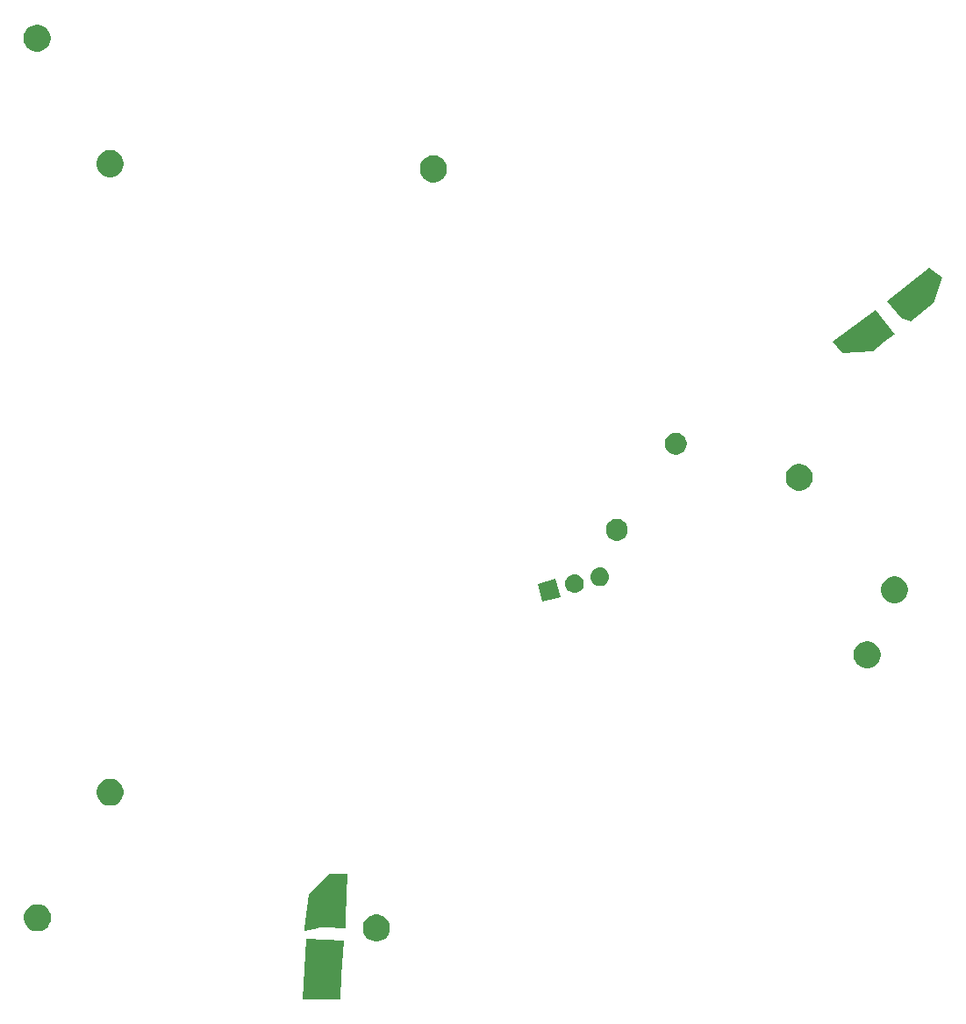
<source format=gbr>
G04 #@! TF.GenerationSoftware,KiCad,Pcbnew,(5.1.4)-1*
G04 #@! TF.CreationDate,2019-12-24T17:10:30-08:00*
G04 #@! TF.ProjectId,tensigral_lamp_hardware,74656e73-6967-4726-916c-5f6c616d705f,rev?*
G04 #@! TF.SameCoordinates,Original*
G04 #@! TF.FileFunction,Soldermask,Bot*
G04 #@! TF.FilePolarity,Negative*
%FSLAX46Y46*%
G04 Gerber Fmt 4.6, Leading zero omitted, Abs format (unit mm)*
G04 Created by KiCad (PCBNEW (5.1.4)-1) date 2019-12-24 17:10:30*
%MOMM*%
%LPD*%
G04 APERTURE LIST*
%ADD10C,0.100000*%
G04 APERTURE END LIST*
D10*
G36*
X52756227Y-109800341D02*
G01*
X52756231Y-109800341D01*
X56393869Y-109999664D01*
X56393870Y-109999664D01*
X56400000Y-110000000D01*
X56190071Y-113358870D01*
X56050485Y-115592249D01*
X56050000Y-115600000D01*
X52450000Y-115600000D01*
X52750000Y-109800000D01*
X52756227Y-109800341D01*
X52756227Y-109800341D01*
G37*
G36*
X59929393Y-107499304D02*
G01*
X60166101Y-107597352D01*
X60166103Y-107597353D01*
X60379135Y-107739696D01*
X60560304Y-107920865D01*
X60699638Y-108129394D01*
X60702648Y-108133899D01*
X60800696Y-108370607D01*
X60850680Y-108621893D01*
X60850680Y-108878107D01*
X60800696Y-109129393D01*
X60702648Y-109366101D01*
X60702647Y-109366103D01*
X60560304Y-109579135D01*
X60379135Y-109760304D01*
X60166103Y-109902647D01*
X60166102Y-109902648D01*
X60166101Y-109902648D01*
X59929393Y-110000696D01*
X59678107Y-110050680D01*
X59421893Y-110050680D01*
X59170607Y-110000696D01*
X58933899Y-109902648D01*
X58933898Y-109902648D01*
X58933897Y-109902647D01*
X58720865Y-109760304D01*
X58539696Y-109579135D01*
X58397353Y-109366103D01*
X58397352Y-109366101D01*
X58299304Y-109129393D01*
X58249320Y-108878107D01*
X58249320Y-108621893D01*
X58299304Y-108370607D01*
X58397352Y-108133899D01*
X58400362Y-108129394D01*
X58539696Y-107920865D01*
X58720865Y-107739696D01*
X58933897Y-107597353D01*
X58933899Y-107597352D01*
X59170607Y-107499304D01*
X59421893Y-107449320D01*
X59678107Y-107449320D01*
X59929393Y-107499304D01*
X59929393Y-107499304D01*
G37*
G36*
X27229393Y-106499304D02*
G01*
X27466101Y-106597352D01*
X27466103Y-106597353D01*
X27679135Y-106739696D01*
X27860304Y-106920865D01*
X28002647Y-107133897D01*
X28002648Y-107133899D01*
X28100696Y-107370607D01*
X28150680Y-107621893D01*
X28150680Y-107878107D01*
X28100696Y-108129393D01*
X28002648Y-108366101D01*
X28002647Y-108366103D01*
X27860304Y-108579135D01*
X27679135Y-108760304D01*
X27466103Y-108902647D01*
X27466102Y-108902648D01*
X27466101Y-108902648D01*
X27229393Y-109000696D01*
X26978107Y-109050680D01*
X26721893Y-109050680D01*
X26470607Y-109000696D01*
X26233899Y-108902648D01*
X26233898Y-108902648D01*
X26233897Y-108902647D01*
X26020865Y-108760304D01*
X25839696Y-108579135D01*
X25697353Y-108366103D01*
X25697352Y-108366101D01*
X25599304Y-108129393D01*
X25549320Y-107878107D01*
X25549320Y-107621893D01*
X25599304Y-107370607D01*
X25697352Y-107133899D01*
X25697353Y-107133897D01*
X25839696Y-106920865D01*
X26020865Y-106739696D01*
X26233897Y-106597353D01*
X26233899Y-106597352D01*
X26470607Y-106499304D01*
X26721893Y-106449320D01*
X26978107Y-106449320D01*
X27229393Y-106499304D01*
X27229393Y-106499304D01*
G37*
G36*
X56749721Y-103507330D02*
G01*
X56749721Y-103507333D01*
X56588488Y-107739696D01*
X56550000Y-108750000D01*
X54601427Y-108710233D01*
X54115679Y-108700320D01*
X54084726Y-108703564D01*
X53887664Y-108749545D01*
X52600000Y-109050000D01*
X52633816Y-108749886D01*
X52999313Y-105506098D01*
X53000000Y-105500000D01*
X55000000Y-103500000D01*
X56750000Y-103500000D01*
X56749721Y-103507330D01*
X56749721Y-103507330D01*
G37*
G36*
X34229393Y-94399304D02*
G01*
X34466101Y-94497352D01*
X34466103Y-94497353D01*
X34679135Y-94639696D01*
X34860304Y-94820865D01*
X35002647Y-95033897D01*
X35002648Y-95033899D01*
X35100696Y-95270607D01*
X35150680Y-95521893D01*
X35150680Y-95778107D01*
X35100696Y-96029393D01*
X35002648Y-96266101D01*
X35002647Y-96266103D01*
X34860304Y-96479135D01*
X34679135Y-96660304D01*
X34466103Y-96802647D01*
X34466102Y-96802648D01*
X34466101Y-96802648D01*
X34229393Y-96900696D01*
X33978107Y-96950680D01*
X33721893Y-96950680D01*
X33470607Y-96900696D01*
X33233899Y-96802648D01*
X33233898Y-96802648D01*
X33233897Y-96802647D01*
X33020865Y-96660304D01*
X32839696Y-96479135D01*
X32697353Y-96266103D01*
X32697352Y-96266101D01*
X32599304Y-96029393D01*
X32549320Y-95778107D01*
X32549320Y-95521893D01*
X32599304Y-95270607D01*
X32697352Y-95033899D01*
X32697353Y-95033897D01*
X32839696Y-94820865D01*
X33020865Y-94639696D01*
X33233897Y-94497353D01*
X33233899Y-94497352D01*
X33470607Y-94399304D01*
X33721893Y-94349320D01*
X33978107Y-94349320D01*
X34229393Y-94399304D01*
X34229393Y-94399304D01*
G37*
G36*
X107279393Y-81149304D02*
G01*
X107516101Y-81247352D01*
X107516103Y-81247353D01*
X107729135Y-81389696D01*
X107910304Y-81570865D01*
X108052647Y-81783897D01*
X108052648Y-81783899D01*
X108150696Y-82020607D01*
X108200680Y-82271893D01*
X108200680Y-82528107D01*
X108150696Y-82779393D01*
X108052648Y-83016101D01*
X108052647Y-83016103D01*
X107910304Y-83229135D01*
X107729135Y-83410304D01*
X107516103Y-83552647D01*
X107516102Y-83552648D01*
X107516101Y-83552648D01*
X107279393Y-83650696D01*
X107028107Y-83700680D01*
X106771893Y-83700680D01*
X106520607Y-83650696D01*
X106283899Y-83552648D01*
X106283898Y-83552648D01*
X106283897Y-83552647D01*
X106070865Y-83410304D01*
X105889696Y-83229135D01*
X105747353Y-83016103D01*
X105747352Y-83016101D01*
X105649304Y-82779393D01*
X105599320Y-82528107D01*
X105599320Y-82271893D01*
X105649304Y-82020607D01*
X105747352Y-81783899D01*
X105747353Y-81783897D01*
X105889696Y-81570865D01*
X106070865Y-81389696D01*
X106283897Y-81247353D01*
X106283899Y-81247352D01*
X106520607Y-81149304D01*
X106771893Y-81099320D01*
X107028107Y-81099320D01*
X107279393Y-81149304D01*
X107279393Y-81149304D01*
G37*
G36*
X109929393Y-74899304D02*
G01*
X110166101Y-74997352D01*
X110166103Y-74997353D01*
X110379135Y-75139696D01*
X110560304Y-75320865D01*
X110696959Y-75525385D01*
X110702648Y-75533899D01*
X110800696Y-75770607D01*
X110850680Y-76021893D01*
X110850680Y-76278107D01*
X110800696Y-76529393D01*
X110702648Y-76766101D01*
X110702647Y-76766103D01*
X110560304Y-76979135D01*
X110379135Y-77160304D01*
X110166103Y-77302647D01*
X110166102Y-77302648D01*
X110166101Y-77302648D01*
X109929393Y-77400696D01*
X109678107Y-77450680D01*
X109421893Y-77450680D01*
X109170607Y-77400696D01*
X108933899Y-77302648D01*
X108933898Y-77302648D01*
X108933897Y-77302647D01*
X108720865Y-77160304D01*
X108539696Y-76979135D01*
X108397353Y-76766103D01*
X108397352Y-76766101D01*
X108299304Y-76529393D01*
X108249320Y-76278107D01*
X108249320Y-76021893D01*
X108299304Y-75770607D01*
X108397352Y-75533899D01*
X108403041Y-75525385D01*
X108539696Y-75320865D01*
X108720865Y-75139696D01*
X108933897Y-74997353D01*
X108933899Y-74997352D01*
X109170607Y-74899304D01*
X109421893Y-74849320D01*
X109678107Y-74849320D01*
X109929393Y-74899304D01*
X109929393Y-74899304D01*
G37*
G36*
X77303495Y-76837103D02*
G01*
X75562897Y-77303495D01*
X75096505Y-75562897D01*
X76837103Y-75096505D01*
X77303495Y-76837103D01*
X77303495Y-76837103D01*
G37*
G36*
X78763894Y-74648118D02*
G01*
X78830079Y-74654637D01*
X78999918Y-74706157D01*
X79156443Y-74789822D01*
X79192181Y-74819152D01*
X79293638Y-74902414D01*
X79371550Y-74997352D01*
X79406230Y-75039609D01*
X79489895Y-75196134D01*
X79541415Y-75365973D01*
X79558811Y-75542600D01*
X79541415Y-75719227D01*
X79489895Y-75889066D01*
X79406230Y-76045591D01*
X79376900Y-76081329D01*
X79293638Y-76182786D01*
X79192181Y-76266048D01*
X79156443Y-76295378D01*
X78999918Y-76379043D01*
X78830079Y-76430563D01*
X78763894Y-76437082D01*
X78697712Y-76443600D01*
X78609192Y-76443600D01*
X78543010Y-76437082D01*
X78476825Y-76430563D01*
X78306986Y-76379043D01*
X78150461Y-76295378D01*
X78114723Y-76266048D01*
X78013266Y-76182786D01*
X77930004Y-76081329D01*
X77900674Y-76045591D01*
X77817009Y-75889066D01*
X77765489Y-75719227D01*
X77748093Y-75542600D01*
X77765489Y-75365973D01*
X77817009Y-75196134D01*
X77900674Y-75039609D01*
X77935354Y-74997352D01*
X78013266Y-74902414D01*
X78114723Y-74819152D01*
X78150461Y-74789822D01*
X78306986Y-74706157D01*
X78476825Y-74654637D01*
X78543010Y-74648118D01*
X78609192Y-74641600D01*
X78697712Y-74641600D01*
X78763894Y-74648118D01*
X78763894Y-74648118D01*
G37*
G36*
X81217345Y-73990717D02*
G01*
X81283530Y-73997236D01*
X81453369Y-74048756D01*
X81609894Y-74132421D01*
X81645632Y-74161751D01*
X81747089Y-74245013D01*
X81830351Y-74346470D01*
X81859681Y-74382208D01*
X81943346Y-74538733D01*
X81994866Y-74708572D01*
X82012262Y-74885199D01*
X81994866Y-75061826D01*
X81943346Y-75231665D01*
X81859681Y-75388190D01*
X81830351Y-75423928D01*
X81747089Y-75525385D01*
X81645632Y-75608647D01*
X81609894Y-75637977D01*
X81453369Y-75721642D01*
X81283530Y-75773162D01*
X81217346Y-75779680D01*
X81151163Y-75786199D01*
X81062643Y-75786199D01*
X80996460Y-75779680D01*
X80930276Y-75773162D01*
X80760437Y-75721642D01*
X80603912Y-75637977D01*
X80568174Y-75608647D01*
X80466717Y-75525385D01*
X80383455Y-75423928D01*
X80354125Y-75388190D01*
X80270460Y-75231665D01*
X80218940Y-75061826D01*
X80201544Y-74885199D01*
X80218940Y-74708572D01*
X80270460Y-74538733D01*
X80354125Y-74382208D01*
X80383455Y-74346470D01*
X80466717Y-74245013D01*
X80568174Y-74161751D01*
X80603912Y-74132421D01*
X80760437Y-74048756D01*
X80930276Y-73997236D01*
X80996461Y-73990717D01*
X81062643Y-73984199D01*
X81151163Y-73984199D01*
X81217345Y-73990717D01*
X81217345Y-73990717D01*
G37*
G36*
X83056416Y-69339879D02*
G01*
X83247592Y-69419067D01*
X83247594Y-69419068D01*
X83419648Y-69534031D01*
X83565969Y-69680352D01*
X83680933Y-69852408D01*
X83760121Y-70043584D01*
X83800490Y-70246534D01*
X83800490Y-70453466D01*
X83760121Y-70656416D01*
X83680933Y-70847592D01*
X83680932Y-70847594D01*
X83565969Y-71019648D01*
X83419648Y-71165969D01*
X83247594Y-71280932D01*
X83247593Y-71280933D01*
X83247592Y-71280933D01*
X83056416Y-71360121D01*
X82853466Y-71400490D01*
X82646534Y-71400490D01*
X82443584Y-71360121D01*
X82252408Y-71280933D01*
X82252407Y-71280933D01*
X82252406Y-71280932D01*
X82080352Y-71165969D01*
X81934031Y-71019648D01*
X81819068Y-70847594D01*
X81819067Y-70847592D01*
X81739879Y-70656416D01*
X81699510Y-70453466D01*
X81699510Y-70246534D01*
X81739879Y-70043584D01*
X81819067Y-69852408D01*
X81934031Y-69680352D01*
X82080352Y-69534031D01*
X82252406Y-69419068D01*
X82252408Y-69419067D01*
X82443584Y-69339879D01*
X82646534Y-69299510D01*
X82853466Y-69299510D01*
X83056416Y-69339879D01*
X83056416Y-69339879D01*
G37*
G36*
X100729393Y-64049304D02*
G01*
X100966101Y-64147352D01*
X100966103Y-64147353D01*
X101179135Y-64289696D01*
X101360304Y-64470865D01*
X101502647Y-64683897D01*
X101502648Y-64683899D01*
X101600696Y-64920607D01*
X101650680Y-65171893D01*
X101650680Y-65428107D01*
X101600696Y-65679393D01*
X101502648Y-65916101D01*
X101502647Y-65916103D01*
X101360304Y-66129135D01*
X101179135Y-66310304D01*
X100966103Y-66452647D01*
X100966102Y-66452648D01*
X100966101Y-66452648D01*
X100729393Y-66550696D01*
X100478107Y-66600680D01*
X100221893Y-66600680D01*
X99970607Y-66550696D01*
X99733899Y-66452648D01*
X99733898Y-66452648D01*
X99733897Y-66452647D01*
X99520865Y-66310304D01*
X99339696Y-66129135D01*
X99197353Y-65916103D01*
X99197352Y-65916101D01*
X99099304Y-65679393D01*
X99049320Y-65428107D01*
X99049320Y-65171893D01*
X99099304Y-64920607D01*
X99197352Y-64683899D01*
X99197353Y-64683897D01*
X99339696Y-64470865D01*
X99520865Y-64289696D01*
X99733897Y-64147353D01*
X99733899Y-64147352D01*
X99970607Y-64049304D01*
X100221893Y-63999320D01*
X100478107Y-63999320D01*
X100729393Y-64049304D01*
X100729393Y-64049304D01*
G37*
G36*
X88756416Y-61039879D02*
G01*
X88947592Y-61119067D01*
X88947594Y-61119068D01*
X89119648Y-61234031D01*
X89265969Y-61380352D01*
X89380933Y-61552408D01*
X89460121Y-61743584D01*
X89500490Y-61946534D01*
X89500490Y-62153466D01*
X89460121Y-62356416D01*
X89380933Y-62547592D01*
X89380932Y-62547594D01*
X89265969Y-62719648D01*
X89119648Y-62865969D01*
X88947594Y-62980932D01*
X88947593Y-62980933D01*
X88947592Y-62980933D01*
X88756416Y-63060121D01*
X88553466Y-63100490D01*
X88346534Y-63100490D01*
X88143584Y-63060121D01*
X87952408Y-62980933D01*
X87952407Y-62980933D01*
X87952406Y-62980932D01*
X87780352Y-62865969D01*
X87634031Y-62719648D01*
X87519068Y-62547594D01*
X87519067Y-62547592D01*
X87439879Y-62356416D01*
X87399510Y-62153466D01*
X87399510Y-61946534D01*
X87439879Y-61743584D01*
X87519067Y-61552408D01*
X87634031Y-61380352D01*
X87780352Y-61234031D01*
X87952406Y-61119068D01*
X87952408Y-61119067D01*
X88143584Y-61039879D01*
X88346534Y-60999510D01*
X88553466Y-60999510D01*
X88756416Y-61039879D01*
X88756416Y-61039879D01*
G37*
G36*
X109550000Y-51500000D02*
G01*
X109545152Y-51503809D01*
X109545149Y-51503812D01*
X108601090Y-52245572D01*
X107450000Y-53150000D01*
X107443589Y-53150435D01*
X107443587Y-53150435D01*
X104506125Y-53349585D01*
X104506122Y-53349585D01*
X104500000Y-53350000D01*
X104496689Y-53345953D01*
X104496685Y-53345949D01*
X103603892Y-52254757D01*
X103603892Y-52254756D01*
X103600000Y-52250000D01*
X107700000Y-49150000D01*
X109550000Y-51500000D01*
X109550000Y-51500000D01*
G37*
G36*
X112907527Y-45105211D02*
G01*
X112907529Y-45105212D01*
X114194951Y-45996504D01*
X114194954Y-45996507D01*
X114200000Y-46000000D01*
X113350000Y-48450000D01*
X113346232Y-48453098D01*
X113346229Y-48453101D01*
X111104745Y-50296099D01*
X111104742Y-50296101D01*
X111100000Y-50300000D01*
X110150000Y-49900000D01*
X108850000Y-48300000D01*
X112900000Y-45100000D01*
X112907527Y-45105211D01*
X112907527Y-45105211D01*
G37*
G36*
X65429393Y-34299304D02*
G01*
X65666101Y-34397352D01*
X65666103Y-34397353D01*
X65879135Y-34539696D01*
X66060304Y-34720865D01*
X66194626Y-34921893D01*
X66202648Y-34933899D01*
X66300696Y-35170607D01*
X66350680Y-35421893D01*
X66350680Y-35678107D01*
X66300696Y-35929393D01*
X66202648Y-36166101D01*
X66202647Y-36166103D01*
X66060304Y-36379135D01*
X65879135Y-36560304D01*
X65666103Y-36702647D01*
X65666102Y-36702648D01*
X65666101Y-36702648D01*
X65429393Y-36800696D01*
X65178107Y-36850680D01*
X64921893Y-36850680D01*
X64670607Y-36800696D01*
X64433899Y-36702648D01*
X64433898Y-36702648D01*
X64433897Y-36702647D01*
X64220865Y-36560304D01*
X64039696Y-36379135D01*
X63897353Y-36166103D01*
X63897352Y-36166101D01*
X63799304Y-35929393D01*
X63749320Y-35678107D01*
X63749320Y-35421893D01*
X63799304Y-35170607D01*
X63897352Y-34933899D01*
X63905374Y-34921893D01*
X64039696Y-34720865D01*
X64220865Y-34539696D01*
X64433897Y-34397353D01*
X64433899Y-34397352D01*
X64670607Y-34299304D01*
X64921893Y-34249320D01*
X65178107Y-34249320D01*
X65429393Y-34299304D01*
X65429393Y-34299304D01*
G37*
G36*
X34229393Y-33799304D02*
G01*
X34466101Y-33897352D01*
X34466103Y-33897353D01*
X34679135Y-34039696D01*
X34860304Y-34220865D01*
X34978228Y-34397352D01*
X35002648Y-34433899D01*
X35100696Y-34670607D01*
X35150680Y-34921893D01*
X35150680Y-35178107D01*
X35100696Y-35429393D01*
X35002648Y-35666101D01*
X35002647Y-35666103D01*
X34860304Y-35879135D01*
X34679135Y-36060304D01*
X34466103Y-36202647D01*
X34466102Y-36202648D01*
X34466101Y-36202648D01*
X34229393Y-36300696D01*
X33978107Y-36350680D01*
X33721893Y-36350680D01*
X33470607Y-36300696D01*
X33233899Y-36202648D01*
X33233898Y-36202648D01*
X33233897Y-36202647D01*
X33020865Y-36060304D01*
X32839696Y-35879135D01*
X32697353Y-35666103D01*
X32697352Y-35666101D01*
X32599304Y-35429393D01*
X32549320Y-35178107D01*
X32549320Y-34921893D01*
X32599304Y-34670607D01*
X32697352Y-34433899D01*
X32721772Y-34397352D01*
X32839696Y-34220865D01*
X33020865Y-34039696D01*
X33233897Y-33897353D01*
X33233899Y-33897352D01*
X33470607Y-33799304D01*
X33721893Y-33749320D01*
X33978107Y-33749320D01*
X34229393Y-33799304D01*
X34229393Y-33799304D01*
G37*
G36*
X27179393Y-21699304D02*
G01*
X27416101Y-21797352D01*
X27416103Y-21797353D01*
X27629135Y-21939696D01*
X27810304Y-22120865D01*
X27952647Y-22333897D01*
X27952648Y-22333899D01*
X28050696Y-22570607D01*
X28100680Y-22821893D01*
X28100680Y-23078107D01*
X28050696Y-23329393D01*
X27952648Y-23566101D01*
X27952647Y-23566103D01*
X27810304Y-23779135D01*
X27629135Y-23960304D01*
X27416103Y-24102647D01*
X27416102Y-24102648D01*
X27416101Y-24102648D01*
X27179393Y-24200696D01*
X26928107Y-24250680D01*
X26671893Y-24250680D01*
X26420607Y-24200696D01*
X26183899Y-24102648D01*
X26183898Y-24102648D01*
X26183897Y-24102647D01*
X25970865Y-23960304D01*
X25789696Y-23779135D01*
X25647353Y-23566103D01*
X25647352Y-23566101D01*
X25549304Y-23329393D01*
X25499320Y-23078107D01*
X25499320Y-22821893D01*
X25549304Y-22570607D01*
X25647352Y-22333899D01*
X25647353Y-22333897D01*
X25789696Y-22120865D01*
X25970865Y-21939696D01*
X26183897Y-21797353D01*
X26183899Y-21797352D01*
X26420607Y-21699304D01*
X26671893Y-21649320D01*
X26928107Y-21649320D01*
X27179393Y-21699304D01*
X27179393Y-21699304D01*
G37*
M02*

</source>
